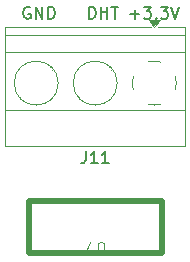
<source format=gbr>
%TF.GenerationSoftware,KiCad,Pcbnew,9.0.0*%
%TF.CreationDate,2025-03-24T14:35:23-05:00*%
%TF.ProjectId,DIIN-proyecto,4449494e-2d70-4726-9f79-6563746f2e6b,rev?*%
%TF.SameCoordinates,Original*%
%TF.FileFunction,Legend,Top*%
%TF.FilePolarity,Positive*%
%FSLAX46Y46*%
G04 Gerber Fmt 4.6, Leading zero omitted, Abs format (unit mm)*
G04 Created by KiCad (PCBNEW 9.0.0) date 2025-03-24 14:35:23*
%MOMM*%
%LPD*%
G01*
G04 APERTURE LIST*
%ADD10C,0.150000*%
%ADD11C,0.100000*%
%ADD12C,0.500000*%
%ADD13C,0.120000*%
G04 APERTURE END LIST*
D10*
X90860588Y-38917438D02*
X90765350Y-38869819D01*
X90765350Y-38869819D02*
X90622493Y-38869819D01*
X90622493Y-38869819D02*
X90479636Y-38917438D01*
X90479636Y-38917438D02*
X90384398Y-39012676D01*
X90384398Y-39012676D02*
X90336779Y-39107914D01*
X90336779Y-39107914D02*
X90289160Y-39298390D01*
X90289160Y-39298390D02*
X90289160Y-39441247D01*
X90289160Y-39441247D02*
X90336779Y-39631723D01*
X90336779Y-39631723D02*
X90384398Y-39726961D01*
X90384398Y-39726961D02*
X90479636Y-39822200D01*
X90479636Y-39822200D02*
X90622493Y-39869819D01*
X90622493Y-39869819D02*
X90717731Y-39869819D01*
X90717731Y-39869819D02*
X90860588Y-39822200D01*
X90860588Y-39822200D02*
X90908207Y-39774580D01*
X90908207Y-39774580D02*
X90908207Y-39441247D01*
X90908207Y-39441247D02*
X90717731Y-39441247D01*
X91336779Y-39869819D02*
X91336779Y-38869819D01*
X91336779Y-38869819D02*
X91908207Y-39869819D01*
X91908207Y-39869819D02*
X91908207Y-38869819D01*
X92384398Y-39869819D02*
X92384398Y-38869819D01*
X92384398Y-38869819D02*
X92622493Y-38869819D01*
X92622493Y-38869819D02*
X92765350Y-38917438D01*
X92765350Y-38917438D02*
X92860588Y-39012676D01*
X92860588Y-39012676D02*
X92908207Y-39107914D01*
X92908207Y-39107914D02*
X92955826Y-39298390D01*
X92955826Y-39298390D02*
X92955826Y-39441247D01*
X92955826Y-39441247D02*
X92908207Y-39631723D01*
X92908207Y-39631723D02*
X92860588Y-39726961D01*
X92860588Y-39726961D02*
X92765350Y-39822200D01*
X92765350Y-39822200D02*
X92622493Y-39869819D01*
X92622493Y-39869819D02*
X92384398Y-39869819D01*
X95836779Y-39869819D02*
X95836779Y-38869819D01*
X95836779Y-38869819D02*
X96074874Y-38869819D01*
X96074874Y-38869819D02*
X96217731Y-38917438D01*
X96217731Y-38917438D02*
X96312969Y-39012676D01*
X96312969Y-39012676D02*
X96360588Y-39107914D01*
X96360588Y-39107914D02*
X96408207Y-39298390D01*
X96408207Y-39298390D02*
X96408207Y-39441247D01*
X96408207Y-39441247D02*
X96360588Y-39631723D01*
X96360588Y-39631723D02*
X96312969Y-39726961D01*
X96312969Y-39726961D02*
X96217731Y-39822200D01*
X96217731Y-39822200D02*
X96074874Y-39869819D01*
X96074874Y-39869819D02*
X95836779Y-39869819D01*
X96836779Y-39869819D02*
X96836779Y-38869819D01*
X96836779Y-39346009D02*
X97408207Y-39346009D01*
X97408207Y-39869819D02*
X97408207Y-38869819D01*
X97741541Y-38869819D02*
X98312969Y-38869819D01*
X98027255Y-39869819D02*
X98027255Y-38869819D01*
X99336779Y-39488866D02*
X100098684Y-39488866D01*
X99717731Y-39869819D02*
X99717731Y-39107914D01*
X100479636Y-38869819D02*
X101098683Y-38869819D01*
X101098683Y-38869819D02*
X100765350Y-39250771D01*
X100765350Y-39250771D02*
X100908207Y-39250771D01*
X100908207Y-39250771D02*
X101003445Y-39298390D01*
X101003445Y-39298390D02*
X101051064Y-39346009D01*
X101051064Y-39346009D02*
X101098683Y-39441247D01*
X101098683Y-39441247D02*
X101098683Y-39679342D01*
X101098683Y-39679342D02*
X101051064Y-39774580D01*
X101051064Y-39774580D02*
X101003445Y-39822200D01*
X101003445Y-39822200D02*
X100908207Y-39869819D01*
X100908207Y-39869819D02*
X100622493Y-39869819D01*
X100622493Y-39869819D02*
X100527255Y-39822200D01*
X100527255Y-39822200D02*
X100479636Y-39774580D01*
X101527255Y-39774580D02*
X101574874Y-39822200D01*
X101574874Y-39822200D02*
X101527255Y-39869819D01*
X101527255Y-39869819D02*
X101479636Y-39822200D01*
X101479636Y-39822200D02*
X101527255Y-39774580D01*
X101527255Y-39774580D02*
X101527255Y-39869819D01*
X101908207Y-38869819D02*
X102527254Y-38869819D01*
X102527254Y-38869819D02*
X102193921Y-39250771D01*
X102193921Y-39250771D02*
X102336778Y-39250771D01*
X102336778Y-39250771D02*
X102432016Y-39298390D01*
X102432016Y-39298390D02*
X102479635Y-39346009D01*
X102479635Y-39346009D02*
X102527254Y-39441247D01*
X102527254Y-39441247D02*
X102527254Y-39679342D01*
X102527254Y-39679342D02*
X102479635Y-39774580D01*
X102479635Y-39774580D02*
X102432016Y-39822200D01*
X102432016Y-39822200D02*
X102336778Y-39869819D01*
X102336778Y-39869819D02*
X102051064Y-39869819D01*
X102051064Y-39869819D02*
X101955826Y-39822200D01*
X101955826Y-39822200D02*
X101908207Y-39774580D01*
X102812969Y-38869819D02*
X103146302Y-39869819D01*
X103146302Y-39869819D02*
X103479635Y-38869819D01*
D11*
X97136904Y-59803080D02*
X97136904Y-58993557D01*
X97136904Y-58993557D02*
X97089285Y-58898319D01*
X97089285Y-58898319D02*
X97041666Y-58850700D01*
X97041666Y-58850700D02*
X96946428Y-58803080D01*
X96946428Y-58803080D02*
X96755952Y-58803080D01*
X96755952Y-58803080D02*
X96660714Y-58850700D01*
X96660714Y-58850700D02*
X96613095Y-58898319D01*
X96613095Y-58898319D02*
X96565476Y-58993557D01*
X96565476Y-58993557D02*
X96565476Y-59803080D01*
X96184523Y-59803080D02*
X95517857Y-59803080D01*
X95517857Y-59803080D02*
X95946428Y-58803080D01*
D10*
X95565476Y-51102319D02*
X95565476Y-51816604D01*
X95565476Y-51816604D02*
X95517857Y-51959461D01*
X95517857Y-51959461D02*
X95422619Y-52054700D01*
X95422619Y-52054700D02*
X95279762Y-52102319D01*
X95279762Y-52102319D02*
X95184524Y-52102319D01*
X96565476Y-52102319D02*
X95994048Y-52102319D01*
X96279762Y-52102319D02*
X96279762Y-51102319D01*
X96279762Y-51102319D02*
X96184524Y-51245176D01*
X96184524Y-51245176D02*
X96089286Y-51340414D01*
X96089286Y-51340414D02*
X95994048Y-51388033D01*
X97517857Y-52102319D02*
X96946429Y-52102319D01*
X97232143Y-52102319D02*
X97232143Y-51102319D01*
X97232143Y-51102319D02*
X97136905Y-51245176D01*
X97136905Y-51245176D02*
X97041667Y-51340414D01*
X97041667Y-51340414D02*
X96946429Y-51388033D01*
%TO.C,U7*%
D12*
X102015000Y-59695500D02*
X90735000Y-59695500D01*
X90735000Y-55304500D01*
X102015000Y-55304500D01*
X102015000Y-59695500D01*
D13*
%TO.C,J11*%
X103995000Y-50647500D02*
X103995000Y-40607500D01*
X103995000Y-50647500D02*
X88755000Y-50647500D01*
X103995000Y-47627500D02*
X88755000Y-47627500D01*
X103995000Y-42727500D02*
X88755000Y-42727500D01*
X103995000Y-41227500D02*
X88755000Y-41227500D01*
X103995000Y-40607500D02*
X101675000Y-40607500D01*
X101075000Y-40607500D02*
X88755000Y-40607500D01*
X97742000Y-44187500D02*
X97786000Y-44144500D01*
X97515000Y-43960500D02*
X97559000Y-43917500D01*
X95191000Y-46738500D02*
X95235000Y-46694500D01*
X94964000Y-46511500D02*
X95008000Y-46467500D01*
X92742000Y-44187500D02*
X92786000Y-44144500D01*
X92515000Y-43960500D02*
X92559000Y-43917500D01*
X90191000Y-46738500D02*
X90235000Y-46694500D01*
X89964000Y-46511500D02*
X90008000Y-46467500D01*
X88755000Y-50647500D02*
X88755000Y-40607500D01*
X103155000Y-44787500D02*
G75*
G02*
X103155206Y-45866821I-1780000J-540000D01*
G01*
X101915000Y-47107500D02*
G75*
G02*
X100835679Y-47107706I-540000J1780000D01*
G01*
X100835000Y-43547500D02*
G75*
G02*
X101914321Y-43547294I540000J-1780013D01*
G01*
X99595000Y-45867500D02*
G75*
G02*
X99594794Y-44788179I1780013J540000D01*
G01*
X98235000Y-45327500D02*
G75*
G02*
X94515000Y-45327500I-1860000J0D01*
G01*
X94515000Y-45327500D02*
G75*
G02*
X98235000Y-45327500I1860000J0D01*
G01*
X93235000Y-45327500D02*
G75*
G02*
X89515000Y-45327500I-1860000J0D01*
G01*
X89515000Y-45327500D02*
G75*
G02*
X93235000Y-45327500I1860000J0D01*
G01*
X101375000Y-40607500D02*
X100935000Y-39997500D01*
X101815000Y-39997500D01*
X101375000Y-40607500D01*
G36*
X101375000Y-40607500D02*
G01*
X100935000Y-39997500D01*
X101815000Y-39997500D01*
X101375000Y-40607500D01*
G37*
%TD*%
M02*

</source>
